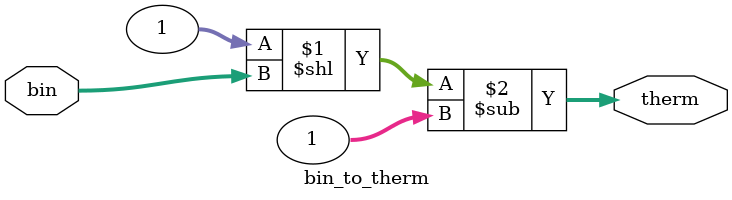
<source format=v>

module bin_to_therm (
    input [4:0] bin,
    output [31:0] therm
);

    // Your code here

    assign therm =  (((32'b1)<<bin) - 1);
endmodule

</source>
